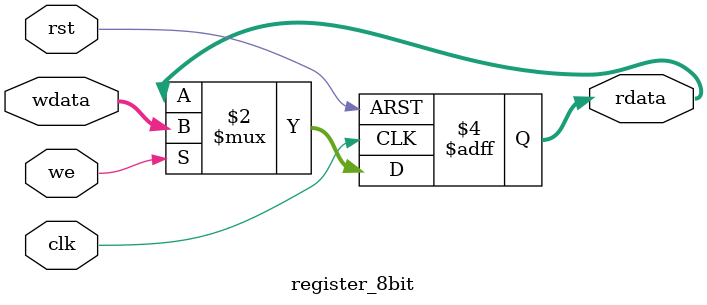
<source format=sv>
`timescale 1ns / 1ps



module register_8bit (
    input              clk,
    input              rst,
    input  logic       we,
    input  logic [7:0] wdata,
    output logic [7:0] rdata
);

    always_ff @(posedge clk, posedge rst) begin
        if (rst) begin
            rdata <= 8'b0;
        end else begin
            if(we)
                rdata <= wdata;
        end
    end

endmodule

</source>
